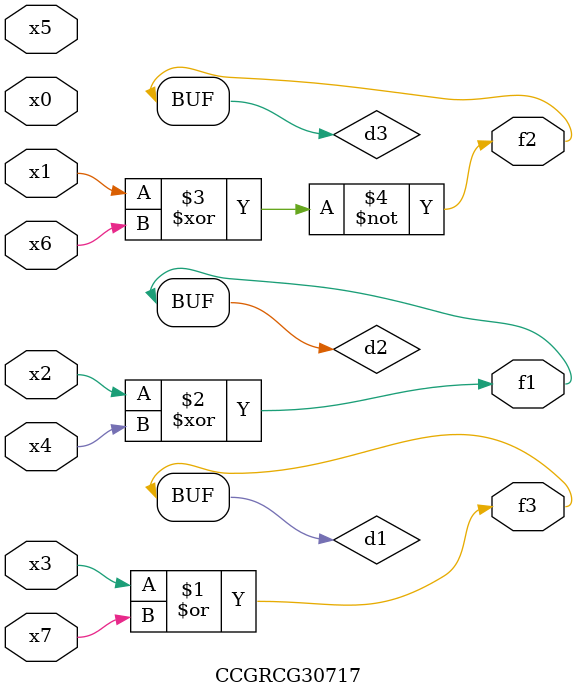
<source format=v>
module CCGRCG30717(
	input x0, x1, x2, x3, x4, x5, x6, x7,
	output f1, f2, f3
);

	wire d1, d2, d3;

	or (d1, x3, x7);
	xor (d2, x2, x4);
	xnor (d3, x1, x6);
	assign f1 = d2;
	assign f2 = d3;
	assign f3 = d1;
endmodule

</source>
